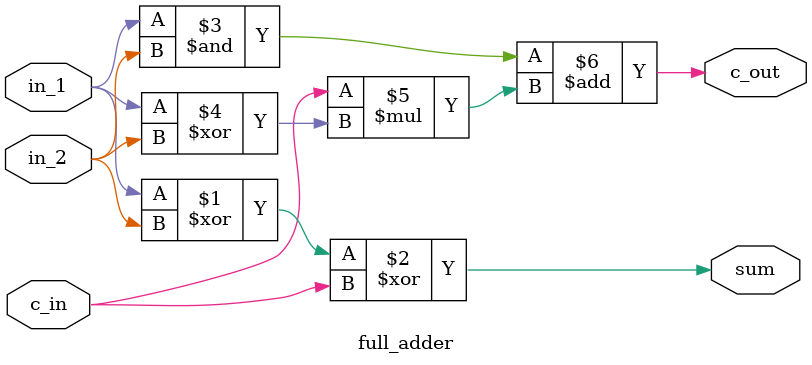
<source format=v>

module full_adder( in_1, in_2, c_in, sum, c_out);

	input in_1, in_2, c_in;
	output sum, c_out;
	
	assign sum = in_1 ^ in_2 ^ c_in;
	assign c_out = (in_1 & in_2) + (c_in*(in_1 ^ in_2));

endmodule
</source>
